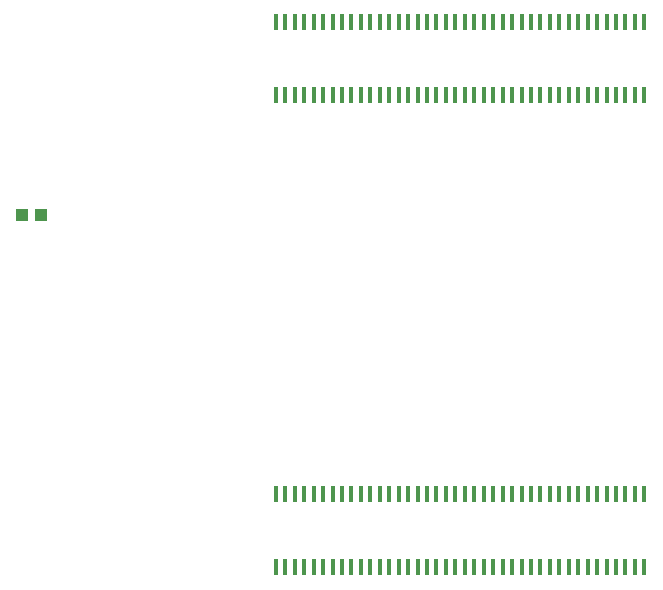
<source format=gtp>
G04 Layer_Color=8421504*
%FSLAX25Y25*%
%MOIN*%
G70*
G01*
G75*
%ADD10R,0.03937X0.03937*%
%ADD11R,0.01811X0.05709*%
D10*
X23550Y172300D02*
D03*
X17250D02*
D03*
D11*
X161811Y54783D02*
D03*
Y79075D02*
D03*
X158661Y54783D02*
D03*
Y79075D02*
D03*
X155512Y54783D02*
D03*
Y79075D02*
D03*
X152362Y54783D02*
D03*
Y79075D02*
D03*
X149213Y54783D02*
D03*
Y79075D02*
D03*
X146063Y54783D02*
D03*
Y79075D02*
D03*
X142913Y54783D02*
D03*
Y79075D02*
D03*
X139764Y54783D02*
D03*
Y79075D02*
D03*
X136614Y54783D02*
D03*
Y79075D02*
D03*
X133465D02*
D03*
X130315Y54783D02*
D03*
Y79075D02*
D03*
X127165Y54783D02*
D03*
Y79075D02*
D03*
X124016Y54783D02*
D03*
Y79075D02*
D03*
X120866Y54783D02*
D03*
Y79075D02*
D03*
X117717Y54783D02*
D03*
Y79075D02*
D03*
X114567Y54783D02*
D03*
Y79075D02*
D03*
X111417Y54783D02*
D03*
Y79075D02*
D03*
X108268Y54783D02*
D03*
Y79075D02*
D03*
X105118Y54783D02*
D03*
Y79075D02*
D03*
X101969Y54783D02*
D03*
Y79075D02*
D03*
X133465Y54783D02*
D03*
X196457D02*
D03*
X164961Y79075D02*
D03*
Y54783D02*
D03*
X168110Y79075D02*
D03*
Y54783D02*
D03*
X171260Y79075D02*
D03*
Y54783D02*
D03*
X174409Y79075D02*
D03*
Y54783D02*
D03*
X177559Y79075D02*
D03*
Y54783D02*
D03*
X180709Y79075D02*
D03*
Y54783D02*
D03*
X183858Y79075D02*
D03*
Y54783D02*
D03*
X187008Y79075D02*
D03*
Y54783D02*
D03*
X190157Y79075D02*
D03*
Y54783D02*
D03*
X193307Y79075D02*
D03*
Y54783D02*
D03*
X196457Y79075D02*
D03*
X199606D02*
D03*
Y54783D02*
D03*
X202756Y79075D02*
D03*
Y54783D02*
D03*
X205906Y79075D02*
D03*
Y54783D02*
D03*
X209055Y79075D02*
D03*
Y54783D02*
D03*
X212205Y79075D02*
D03*
Y54783D02*
D03*
X215354Y79075D02*
D03*
Y54783D02*
D03*
X218504Y79075D02*
D03*
Y54783D02*
D03*
X221654Y79075D02*
D03*
Y54783D02*
D03*
X224803Y79075D02*
D03*
Y54783D02*
D03*
Y212264D02*
D03*
Y236555D02*
D03*
X221654Y212264D02*
D03*
Y236555D02*
D03*
X218504Y212264D02*
D03*
Y236555D02*
D03*
X215354Y212264D02*
D03*
Y236555D02*
D03*
X212205Y212264D02*
D03*
Y236555D02*
D03*
X209055Y212264D02*
D03*
Y236555D02*
D03*
X205906Y212264D02*
D03*
Y236555D02*
D03*
X202756Y212264D02*
D03*
Y236555D02*
D03*
X199606Y212264D02*
D03*
Y236555D02*
D03*
X196457D02*
D03*
X193307Y212264D02*
D03*
Y236555D02*
D03*
X190157Y212264D02*
D03*
Y236555D02*
D03*
X187008Y212264D02*
D03*
Y236555D02*
D03*
X183858Y212264D02*
D03*
Y236555D02*
D03*
X180709Y212264D02*
D03*
Y236555D02*
D03*
X177559Y212264D02*
D03*
Y236555D02*
D03*
X174409Y212264D02*
D03*
Y236555D02*
D03*
X171260Y212264D02*
D03*
Y236555D02*
D03*
X168110Y212264D02*
D03*
Y236555D02*
D03*
X164961Y212264D02*
D03*
Y236555D02*
D03*
X196457Y212264D02*
D03*
X133465D02*
D03*
X101969Y236555D02*
D03*
Y212264D02*
D03*
X105118Y236555D02*
D03*
Y212264D02*
D03*
X108268Y236555D02*
D03*
Y212264D02*
D03*
X111417Y236555D02*
D03*
Y212264D02*
D03*
X114567Y236555D02*
D03*
Y212264D02*
D03*
X117717Y236555D02*
D03*
Y212264D02*
D03*
X120866Y236555D02*
D03*
Y212264D02*
D03*
X124016Y236555D02*
D03*
Y212264D02*
D03*
X127165Y236555D02*
D03*
Y212264D02*
D03*
X130315Y236555D02*
D03*
Y212264D02*
D03*
X133465Y236555D02*
D03*
X136614D02*
D03*
Y212264D02*
D03*
X139764Y236555D02*
D03*
Y212264D02*
D03*
X142913Y236555D02*
D03*
Y212264D02*
D03*
X146063Y236555D02*
D03*
Y212264D02*
D03*
X149213Y236555D02*
D03*
Y212264D02*
D03*
X152362Y236555D02*
D03*
Y212264D02*
D03*
X155512Y236555D02*
D03*
Y212264D02*
D03*
X158661Y236555D02*
D03*
Y212264D02*
D03*
X161811Y236555D02*
D03*
Y212264D02*
D03*
M02*

</source>
